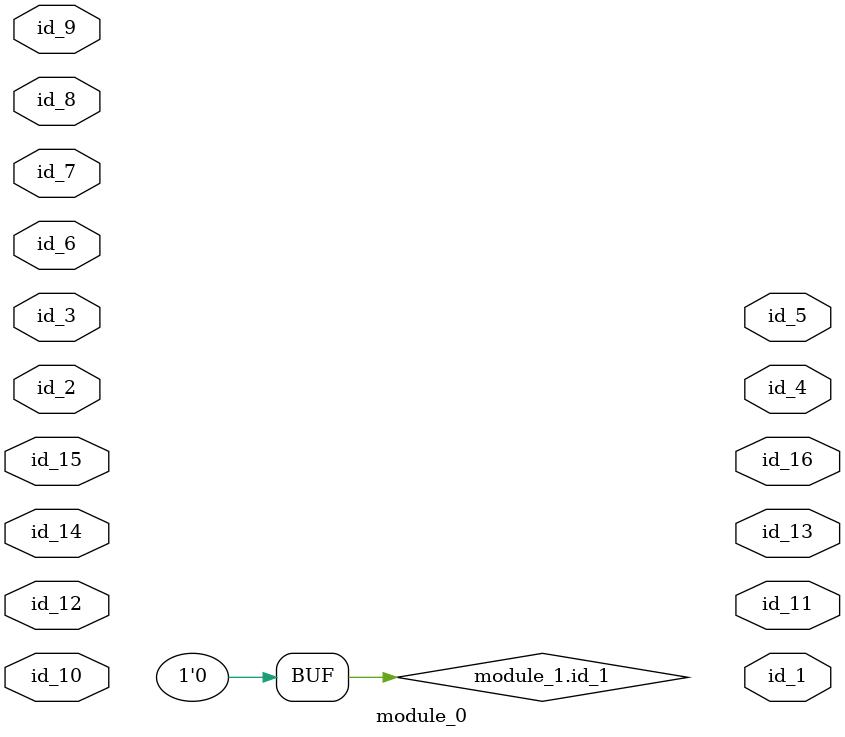
<source format=v>
module module_0 (
    id_1,
    id_2,
    id_3,
    id_4,
    id_5,
    id_6,
    id_7,
    id_8,
    id_9,
    id_10,
    id_11,
    id_12,
    id_13,
    id_14,
    id_15,
    id_16
);
  output wire id_16;
  input wire id_15;
  inout wire id_14;
  output wire id_13;
  inout wire id_12;
  output wire id_11;
  inout wire id_10;
  input wire id_9;
  input wire id_8;
  input wire id_7;
  inout wire id_6;
  output wire id_5;
  output wire id_4;
  inout wire id_3;
  inout wire id_2;
  output wire id_1;
  wire id_17;
  wire id_18;
  assign module_1.id_1 = 0;
endmodule
module module_1;
  assign id_1 = id_1 ? 1'b0 : id_1;
  module_0 modCall_1 (
      id_1,
      id_1,
      id_1,
      id_1,
      id_1,
      id_1,
      id_1,
      id_1,
      id_1,
      id_1,
      id_1,
      id_1,
      id_1,
      id_1,
      id_1,
      id_1
  );
endmodule

</source>
